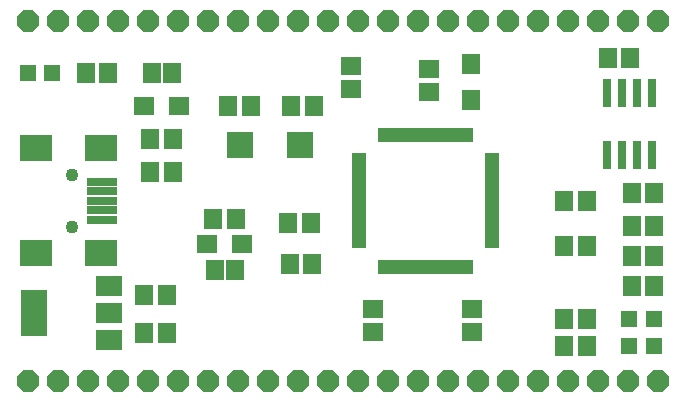
<source format=gts>
G75*
G70*
%OFA0B0*%
%FSLAX24Y24*%
%IPPOS*%
%LPD*%
%AMOC8*
5,1,8,0,0,1.08239X$1,22.5*
%
%ADD10R,0.0186X0.0474*%
%ADD11R,0.0474X0.0186*%
%ADD12R,0.0592X0.0671*%
%ADD13R,0.0867X0.0671*%
%ADD14R,0.0867X0.1576*%
%ADD15R,0.0552X0.0552*%
%ADD16R,0.0631X0.0710*%
%ADD17R,0.0316X0.0946*%
%ADD18R,0.0710X0.0631*%
%ADD19R,0.0671X0.0592*%
%ADD20OC8,0.0720*%
%ADD21R,0.0880X0.0880*%
%ADD22R,0.1064X0.0867*%
%ADD23R,0.0986X0.0277*%
%ADD24C,0.0434*%
D10*
X012806Y004696D03*
X013003Y004696D03*
X013200Y004696D03*
X013396Y004696D03*
X013593Y004696D03*
X013790Y004696D03*
X013987Y004696D03*
X014184Y004696D03*
X014381Y004696D03*
X014577Y004696D03*
X014774Y004696D03*
X014971Y004696D03*
X015168Y004696D03*
X015365Y004696D03*
X015562Y004696D03*
X015759Y004696D03*
X015759Y009106D03*
X015562Y009106D03*
X015365Y009106D03*
X015168Y009106D03*
X014971Y009106D03*
X014774Y009106D03*
X014577Y009106D03*
X014381Y009106D03*
X014184Y009106D03*
X013987Y009106D03*
X013790Y009106D03*
X013593Y009106D03*
X013396Y009106D03*
X013200Y009106D03*
X013003Y009106D03*
X012806Y009106D03*
D11*
X012077Y008378D03*
X012077Y008181D03*
X012077Y007984D03*
X012077Y007787D03*
X012077Y007590D03*
X012077Y007393D03*
X012077Y007196D03*
X012077Y007000D03*
X012077Y006803D03*
X012077Y006606D03*
X012077Y006409D03*
X012077Y006212D03*
X012077Y006015D03*
X012077Y005819D03*
X012077Y005622D03*
X012077Y005425D03*
X016487Y005425D03*
X016487Y005622D03*
X016487Y005819D03*
X016487Y006015D03*
X016487Y006212D03*
X016487Y006409D03*
X016487Y006606D03*
X016487Y006803D03*
X016487Y007000D03*
X016487Y007196D03*
X016487Y007393D03*
X016487Y007590D03*
X016487Y007787D03*
X016487Y007984D03*
X016487Y008181D03*
X016487Y008378D03*
D12*
X018908Y006901D03*
X019656Y006901D03*
X021158Y007151D03*
X021906Y007151D03*
X021906Y006051D03*
X021158Y006051D03*
X021158Y005051D03*
X021906Y005051D03*
X021906Y004051D03*
X021158Y004051D03*
X019656Y002951D03*
X018908Y002951D03*
X018908Y002051D03*
X019656Y002051D03*
X019656Y005401D03*
X018908Y005401D03*
X010506Y004801D03*
X009758Y004801D03*
X007917Y004601D03*
X007248Y004601D03*
X005656Y003751D03*
X004908Y003751D03*
X004908Y002501D03*
X005656Y002501D03*
X009708Y006151D03*
X010456Y006151D03*
X007956Y006301D03*
X007208Y006301D03*
X005856Y007851D03*
X005108Y007851D03*
X005108Y008951D03*
X005856Y008951D03*
X007708Y010051D03*
X008456Y010051D03*
X009808Y010051D03*
X010556Y010051D03*
X005817Y011151D03*
X005148Y011151D03*
X003706Y011151D03*
X002958Y011151D03*
X020358Y011651D03*
X021106Y011651D03*
D13*
X003722Y004057D03*
X003722Y003151D03*
X003722Y002246D03*
D14*
X001242Y003151D03*
D15*
X001019Y011151D03*
X001846Y011151D03*
X021069Y002951D03*
X021896Y002951D03*
X021896Y002051D03*
X021069Y002051D03*
D16*
X015782Y010261D03*
X015782Y011442D03*
D17*
X020332Y010475D03*
X020832Y010475D03*
X021332Y010475D03*
X021832Y010475D03*
X021832Y008428D03*
X021332Y008428D03*
X020832Y008428D03*
X020332Y008428D03*
D18*
X008173Y005451D03*
X006992Y005451D03*
X006073Y010051D03*
X004892Y010051D03*
D19*
X011782Y010627D03*
X011782Y011375D03*
X014382Y011275D03*
X014382Y010527D03*
X015832Y003275D03*
X015832Y002527D03*
X012532Y002527D03*
X012532Y003275D03*
D20*
X001032Y000901D03*
X002032Y000901D03*
X003032Y000901D03*
X004032Y000901D03*
X005032Y000901D03*
X006032Y000901D03*
X007032Y000901D03*
X008032Y000901D03*
X009032Y000901D03*
X010032Y000901D03*
X011032Y000901D03*
X012032Y000901D03*
X013032Y000901D03*
X014032Y000901D03*
X015032Y000901D03*
X016032Y000901D03*
X017032Y000901D03*
X018032Y000901D03*
X019032Y000901D03*
X020032Y000901D03*
X021032Y000901D03*
X022032Y000901D03*
X022032Y012901D03*
X021032Y012901D03*
X020032Y012901D03*
X019032Y012901D03*
X018032Y012901D03*
X017032Y012901D03*
X016032Y012901D03*
X015032Y012901D03*
X014032Y012901D03*
X013032Y012901D03*
X012032Y012901D03*
X011032Y012901D03*
X010032Y012901D03*
X009032Y012901D03*
X008032Y012901D03*
X007032Y012901D03*
X006032Y012901D03*
X005032Y012901D03*
X004032Y012901D03*
X003032Y012901D03*
X002032Y012901D03*
X001032Y012901D03*
D21*
X008082Y008751D03*
X010082Y008751D03*
D22*
X003466Y008653D03*
X001301Y008653D03*
X001301Y005149D03*
X003466Y005149D03*
D23*
X003506Y006271D03*
X003506Y006586D03*
X003506Y006901D03*
X003506Y007216D03*
X003506Y007531D03*
D24*
X002482Y007767D03*
X002482Y006035D03*
M02*

</source>
